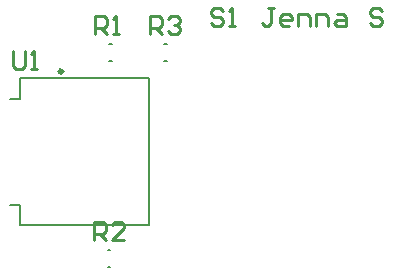
<source format=gto>
G04*
G04 #@! TF.GenerationSoftware,Altium Limited,Altium Designer,18.1.9 (240)*
G04*
G04 Layer_Color=65535*
%FSLAX25Y25*%
%MOIN*%
G70*
G01*
G75*
%ADD10C,0.01339*%
%ADD11C,0.00500*%
%ADD12C,0.00600*%
%ADD13C,0.01000*%
D10*
X173984Y357772D02*
G03*
X173984Y357772I-669J0D01*
G01*
D11*
X202842Y306591D02*
Y355410D01*
X159535Y306591D02*
X202842D01*
X159535Y355410D02*
X202842D01*
X159535Y348716D02*
Y355410D01*
Y306591D02*
Y313283D01*
X156386Y348716D02*
X159535D01*
X156386Y313283D02*
X159535D01*
D12*
X207800Y361200D02*
X208600D01*
X207800Y366800D02*
X208600D01*
X189400D02*
X190200D01*
X189400Y361200D02*
X190200D01*
X188900Y292700D02*
X189700D01*
X188900Y298300D02*
X189700D01*
D13*
X227499Y377998D02*
X226499Y378998D01*
X224500D01*
X223500Y377998D01*
Y376999D01*
X224500Y375999D01*
X226499D01*
X227499Y374999D01*
Y374000D01*
X226499Y373000D01*
X224500D01*
X223500Y374000D01*
X229498Y373000D02*
X231497D01*
X230498D01*
Y378998D01*
X229498Y377998D01*
X244499Y378998D02*
X242499D01*
X243499D01*
Y374000D01*
X242499Y373000D01*
X241500D01*
X240500Y374000D01*
X249497Y373000D02*
X247498D01*
X246498Y374000D01*
Y375999D01*
X247498Y376999D01*
X249497D01*
X250497Y375999D01*
Y374999D01*
X246498D01*
X252496Y373000D02*
Y376999D01*
X255495D01*
X256495Y375999D01*
Y373000D01*
X258494D02*
Y376999D01*
X261493D01*
X262493Y375999D01*
Y373000D01*
X265492Y376999D02*
X267491D01*
X268491Y375999D01*
Y373000D01*
X265492D01*
X264492Y374000D01*
X265492Y374999D01*
X268491D01*
X280487Y377998D02*
X279487Y378998D01*
X277488D01*
X276488Y377998D01*
Y376999D01*
X277488Y375999D01*
X279487D01*
X280487Y374999D01*
Y374000D01*
X279487Y373000D01*
X277488D01*
X276488Y374000D01*
X157500Y364498D02*
Y359500D01*
X158500Y358500D01*
X160499D01*
X161499Y359500D01*
Y364498D01*
X163498Y358500D02*
X165497D01*
X164498D01*
Y364498D01*
X163498Y363498D01*
X203050Y370150D02*
Y376148D01*
X206049D01*
X207049Y375148D01*
Y373149D01*
X206049Y372149D01*
X203050D01*
X205049D02*
X207049Y370150D01*
X209048Y375148D02*
X210048Y376148D01*
X212047D01*
X213047Y375148D01*
Y374149D01*
X212047Y373149D01*
X211047D01*
X212047D01*
X213047Y372149D01*
Y371150D01*
X212047Y370150D01*
X210048D01*
X209048Y371150D01*
X184200Y301600D02*
Y307598D01*
X187199D01*
X188199Y306598D01*
Y304599D01*
X187199Y303599D01*
X184200D01*
X186199D02*
X188199Y301600D01*
X194197D02*
X190198D01*
X194197Y305599D01*
Y306598D01*
X193197Y307598D01*
X191198D01*
X190198Y306598D01*
X184700Y370100D02*
Y376098D01*
X187699D01*
X188699Y375098D01*
Y373099D01*
X187699Y372099D01*
X184700D01*
X186699D02*
X188699Y370100D01*
X190698D02*
X192697D01*
X191698D01*
Y376098D01*
X190698Y375098D01*
M02*

</source>
